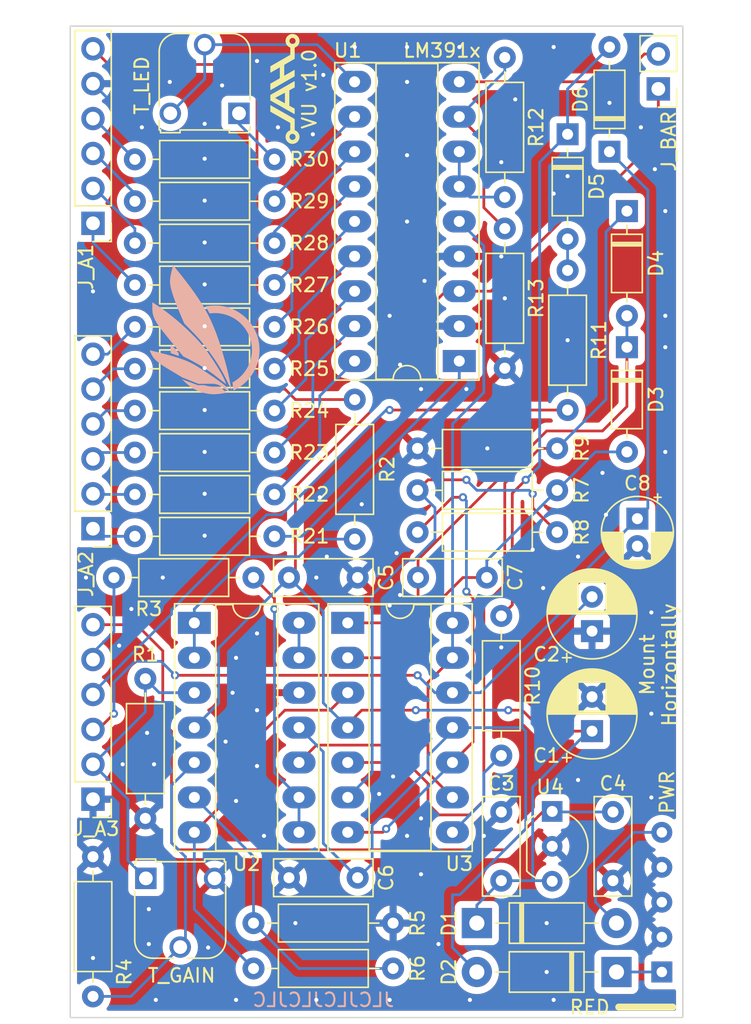
<source format=kicad_pcb>
(kicad_pcb (version 20240108) (generator "pcbnew") (generator_version "8.0")
  (layers (0 "F.Cu" signal) (31 "B.Cu" signal) (34 "B.Paste" user) (35 "F.Paste" user) (36 "B.SilkS" user "B.Silkscreen") (37 "F.SilkS" user "F.Silkscreen") (38 "B.Mask" user) (39 "F.Mask" user) (44 "Edge.Cuts" user))
  (net 0 "")
  (net 1 "Net-(J_A1-Pin_4)")
  (net 2 "Net-(R30-Pad1)")
  (net 3 "Net-(J_A1-Pin_3)")
  (net 4 "Net-(U1-LED9)")
  (net 5 "Net-(J_A1-Pin_1)")
  (net 6 "Net-(U1-LED7)")
  (net 7 "Net-(U1-LED6)")
  (net 8 "Net-(J_A2-Pin_6)")
  (net 9 "Net-(J_A2-Pin_5)")
  (net 10 "Net-(U1-LED5)")
  (net 11 "Net-(U1-LED4)")
  (net 12 "Net-(J_A2-Pin_4)")
  (net 13 "Net-(U1-LED8)")
  (net 14 "Net-(J_A1-Pin_2)")
  (net 15 "Net-(J_A2-Pin_3)")
  (net 16 "Net-(U1-LED3)")
  (net 17 "Net-(J_A2-Pin_2)")
  (net 18 "Net-(U1-LED2)")
  (net 19 "Net-(U1-LED1)")
  (net 20 "Net-(J_A2-Pin_1)")
  (net 21 "Net-(U1-REFADJ)")
  (net 22 "GND")
  (net 23 "Net-(U1-REFOUT)")
  (net 24 "Net-(D5-A)")
  (net 25 "/HOLD_S")
  (net 26 "Net-(R10-Pad2)")
  (net 27 "Net-(D5-K)")
  (net 28 "Net-(D4-K)")
  (net 29 "Net-(U3B--)")
  (net 30 "/RECT")
  (net 31 "Net-(D3-A)")
  (net 32 "Net-(U2B--)")
  (net 33 "/GAIN")
  (net 34 "Net-(U2B-+)")
  (net 35 "Net-(U2C--)")
  (net 36 "/OUT_PEAK")
  (net 37 "Net-(U2A--)")
  (net 38 "/OUT_RAW")
  (net 39 "/IN")
  (net 40 "Net-(U1-LED10)")
  (net 41 "+5V")
  (net 42 "+12V")
  (net 43 "/PEAK")
  (net 44 "Net-(J_BAR1-Pin_2)")
  (net 45 "Net-(U2D--)")
  (net 46 "-12V")
  (net 47 "Net-(D3-K)")
  (net 48 "/HOLD_R")
  (net 49 "Net-(D2-K)")
  (net 50 "Net-(D1-A)")
  (footprint "Resistor_THT:R_Axial_DIN0207_L6.3mm_D2.5mm_P10.16mm_Horizontal" (layer "F.Cu") (at 108.712 114.554)
    (property "Reference" "R6")
    (property "Value" "330k")
  )
  (footprint "Eurorack:Eurorack Power 5 Pin Angled" (layer "F.Cu") (at 138.43 109.728)
    (property "Reference" "PWR1" (hide yes))
    (property "Value" "PWR_5_Pin_Angled" (hide yes))
  )
  (footprint "Package_DIP:DIP-18_W7.62mm_Socket_LongPads" (layer "F.Cu") (at 123.688 70.348 180)
    (property "Reference" "U1")
    (property "Value" "LM3914N")
  )
  (footprint "Potentiometer_THT:Potentiometer_Runtron_RM-065_Vertical" (layer "F.Cu") (at 107.656 52.324 180)
    (property "Reference" "T_LED")
    (property "Value" "B20k")
  )
  (footprint "Package_DIP:DIP-14_W7.62mm_Socket_LongPads" (layer "F.Cu") (at 104.404 89.403)
    (property "Reference" "U2")
    (property "Value" "TL074")
  )
  (footprint "Diode_THT:D_DO-35_SOD27_P7.62mm_Horizontal" (layer "F.Cu") (at 135.89 59.436 -90)
    (property "Reference" "D4")
    (property "Value" "1N4148")
  )
  (footprint "Connector_PinHeader_2.54mm:PinHeader_1x06_P2.54mm_Vertical" (layer "F.Cu") (at 97.028 82.55 180)
    (property "Reference" "J_A2")
    (property "Value" "Conn_01x06_Male")
  )
  (footprint "Capacitor_THT:CP_Radial_D6.3mm_P2.50mm" (layer "F.Cu") (at 133.35 97.282 90)
    (property "Reference" "C1")
    (property "Value" "47uF")
  )
  (footprint "Capacitor_THT:C_Disc_D7.0mm_W2.5mm_P5.00mm" (layer "F.Cu") (at 125.69 86.106 180)
    (property "Reference" "C7")
    (property "Value" "47pF")
  )
  (footprint "Capacitor_THT:CP_Radial_D6.3mm_P2.50mm" (layer "F.Cu") (at 133.35 90.00362 90)
    (property "Reference" "C2")
    (property "Value" "47uF")
  )
  (footprint "Resistor_THT:R_Axial_DIN0207_L6.3mm_D2.5mm_P10.16mm_Horizontal" (layer "F.Cu") (at 110.236 80.056 180)
    (property "Reference" "R22")
    (property "Value" "10k")
  )
  (footprint "Resistor_THT:R_Axial_DIN0207_L6.3mm_D2.5mm_P10.16mm_Horizontal" (layer "F.Cu") (at 110.236 64.816 180)
    (property "Reference" "R27")
    (property "Value" "10k")
  )
  (footprint "Package_TO_SOT_THT:TO-92_Inline_Wide" (layer "F.Cu") (at 130.45 103.124 -90)
    (property "Reference" "U4")
    (property "Value" "78L05")
  )
  (footprint "Resistor_THT:R_Axial_DIN0207_L6.3mm_D2.5mm_P10.16mm_Horizontal" (layer "F.Cu") (at 97.028 106.426 -90)
    (property "Reference" "R4")
    (property "Value" "100k")
  )
  (footprint "Resistor_THT:R_Axial_DIN0207_L6.3mm_D2.5mm_P10.16mm_Horizontal" (layer "F.Cu") (at 120.65 82.804)
    (property "Reference" "R8")
    (property "Value" "10k")
  )
  (footprint "Resistor_THT:R_Axial_DIN0207_L6.3mm_D2.5mm_P10.16mm_Horizontal" (layer "F.Cu") (at 110.236 58.72 180)
    (property "Reference" "R29")
    (property "Value" "10k")
  )
  (footprint "Diode_THT:D_DO-41_SOD81_P10.16mm_Horizontal" (layer "F.Cu") (at 124.968 111.252)
    (property "Reference" "D1")
    (property "Value" "1N4001")
  )
  (footprint "Resistor_THT:R_Axial_DIN0207_L6.3mm_D2.5mm_P10.16mm_Horizontal" (layer "F.Cu") (at 110.236 77.008 180)
    (property "Reference" "R23")
    (property "Value" "10k")
  )
  (footprint "Resistor_THT:R_Axial_DIN0207_L6.3mm_D2.5mm_P10.16mm_Horizontal" (layer "F.Cu") (at 127 48.26 -90)
    (property "Reference" "R12")
    (property "Value" "10k")
  )
  (footprint "Connector_PinHeader_2.54mm:PinHeader_1x06_P2.54mm_Vertical" (layer "F.Cu") (at 97.028 60.325 180)
    (property "Reference" "J_A1")
    (property "Value" "Conn_01x06_Male")
  )
  (footprint "Connector_PinHeader_2.54mm:PinHeader_1x06_P2.54mm_Vertical" (layer "F.Cu") (at 97.028 102.235 180)
    (property "Reference" "J_A3")
    (property "Value" "Conn_01x06_Male")
  )
  (footprint "Resistor_THT:R_Axial_DIN0207_L6.3mm_D2.5mm_P10.16mm_Horizontal" (layer "F.Cu") (at 110.236 67.864 180)
    (property "Reference" "R26")
    (property "Value" "10k")
  )
  (footprint "Package_DIP:DIP-14_W7.62mm_Socket_LongPads" (layer "F.Cu") (at 115.57 89.403)
    (property "Reference" "U3")
    (property "Value" "TL074")
  )
  (footprint "Resistor_THT:R_Axial_DIN0207_L6.3mm_D2.5mm_P10.16mm_Horizontal" (layer "F.Cu") (at 98.552 86.106)
    (property "Reference" "R3")
    (property "Value" "1k")
  )
  (footprint "Logos:Avalon Harmonics Small 8mm" (layer "F.Cu") (at 110.998 50.546 90)
    (property "Reference" "G***" (hide yes))
    (property "Value" "LOGO" (hide yes))
  )
  (footprint "Resistor_THT:R_Axial_DIN0207_L6.3mm_D2.5mm_P10.16mm_Horizontal" (layer "F.Cu") (at 110.236 73.96 180)
    (property "Reference" "R24")
    (property "Value" "10k")
  )
  (footprint "Resistor_THT:R_Axial_DIN0207_L6.3mm_D2.5mm_P10.16mm_Horizontal" (layer "F.Cu") (at 131.572 63.754 -90)
    (property "Reference" "R11")
    (property "Value" "10k")
  )
  (footprint "Potentiometer_THT:Potentiometer_Runtron_RM-065_Vertical" (layer "F.Cu") (at 100.878 107.996)
    (property "Reference" "T_GAIN")
    (property "Value" "B100k")
  )
  (footprint "Resistor_THT:R_Axial_DIN0207_L6.3mm_D2.5mm_P10.16mm_Horizontal" (layer "F.Cu") (at 110.236 55.672 180)
    (property "Reference" "R30")
    (property "Value" "1k")
  )
  (footprint "Resistor_THT:R_Axial_DIN0207_L6.3mm_D2.5mm_P10.16mm_Horizontal" (layer "F.Cu") (at 108.712 111.252)
    (property "Reference" "R5")
    (property "Value" "22k")
  )
  (footprint "Resistor_THT:R_Axial_DIN0207_L6.3mm_D2.5mm_P10.16mm_Horizontal" (layer "F.Cu") (at 116.078 73.152 -90)
    (property "Reference" "R2")
    (property "Value" "1k")
  )
  (footprint "Diode_THT:D_DO-41_SOD81_P10.16mm_Horizontal" (layer "F.Cu") (at 135.128 114.808 180)
    (property "Reference" "D2")
    (property "Value" "1N4001")
  )
  (footprint "Resistor_THT:R_Axial_DIN0207_L6.3mm_D2.5mm_P10.16mm_Horizontal" (layer "F.Cu") (at 110.236 70.912 180)
    (property "Reference" "R25")
    (property "Value" "10k")
  )
  (footprint "Resistor_THT:R_Axial_DIN0207_L6.3mm_D2.5mm_P10.16mm_Horizontal" (layer "F.Cu") (at 127 70.866 90)
    (property "Reference" "R13")
    (property "Value" "22k")
  )
  (footprint "Diode_THT:D_DO-35_SOD27_P7.62mm_Horizontal" (layer "F.Cu") (at 134.62 55.118 90)
    (property "Reference" "D6")
    (property "Value" "1N4148")
  )
  (footprint "Capacitor_THT:C_Disc_D7.0mm_W2.5mm_P5.00mm" (layer "F.Cu") (at 111.292 86.106)
    (property "Reference" "C5")
    (property "Value" "0.1uF")
  )
  (footprint "Resistor_THT:R_Axial_DIN0207_L6.3mm_D2.5mm_P10.16mm_Horizontal" (layer "F.Cu") (at 110.236 61.768 180)
    (property "Reference" "R28")
    (property "Value" "10k")
  )
  (footprint "Capacitor_THT:C_Disc_D7.0mm_W2.5mm_P5.00mm" (layer "F.Cu") (at 134.874 103.164 -90)
    (property "Reference" "C4")
    (property "Value" "0.1uF")
  )
  (footprint "Diode_THT:D_DO-35_SOD27_P7.62mm_Horizontal" (layer "F.Cu") (at 135.89 69.342 -90)
    (property "Reference" "D3")
    (property "Value" "1N4148")
  )
  (footprint "Resistor_THT:R_Axial_DIN0207_L6.3mm_D2.5mm_P10.16mm_Horizontal" (layer "F.Cu") (at 100.838 103.632 90)
    (property "Reference" "R1")
    (property "Value" "100k")
  )
  (footprint "Resistor_THT:R_Axial_DIN0207_L6.3mm_D2.5mm_P10.16mm_Horizontal" (layer "F.Cu") (at 126.746 88.9 -90)
    (property "Reference" "R10")
    (property "Value" "100")
  )
  (footprint "Capacitor_THT:CP_Radial_D5.0mm_P2.00mm" (layer "F.Cu") (at 136.652 81.82 -90)
    (property "Reference" "C8")
    (property "Value" "10uF")
  )
  (footprint "Capacitor_THT:C_Disc_D7.0mm_W2.5mm_P5.00mm" (layer "F.Cu") (at 111.292 107.95)
    (property "Reference" "C6")
    (property "Value" "0.1uF")
  )
  (footprint "Diode_THT:D_DO-35_SOD27_P7.62mm_Horizontal" (layer "F.Cu") (at 131.572 53.848 -90)
    (property "Reference" "D5")
    (property "Value" "1N4148")
  )
  (footprint "Resistor_THT:R_Axial_DIN0207_L6.3mm_D2.5mm_P10.16mm_Horizontal" (layer "F.Cu") (at 110.236 83.104 180)
    (property "Reference" "R21")
    (property "Value" "10k")
  )
  (footprint "Resistor_THT:R_Axial_DIN0207_L6.3mm_D2.5mm_P10.16mm_Horizontal" (layer "F.Cu") (at 120.65 79.756)
    (property "Reference" "R7")
    (property "Value" "10k")
  )
  (footprint "Connector_PinHeader_2.54mm:PinHeader_1x02_P2.54mm_Vertical" (layer "F.Cu") (at 138.176 50.546 180)
    (property "Reference" "J_BAR")
    (property "Value" "Conn_01x02_Male")
  )
  (footprint "Capacitor_THT:C_Disc_D7.0mm_W2.5mm_P5.00mm" (layer "F.Cu") (at 126.746 108.164 90)
    (property "Reference" "C3")
    (property "Value" "0.1uF")
  )
  (footprint "Resistor_THT:R_Axial_DIN0207_L6.3mm_D2.5mm_P10.16mm_Horizontal" (layer "F.Cu") (at 120.65 76.708)
    (property "Reference" "R9")
    (property "Value" "10k")
  )
  (footprint "Logos:Avali Logo 8mm" (layer "B.Cu") (at 105.156 68.072 180)
    (property "Reference" "G***" (hide yes))
    (property "Value" "LOGO" (hide yes))
  )
  (gr_rect (start 95.372 45.974) (end 139.959 118.125) (stroke (width 0.1)) (fill none) (layer "Edge.Cuts"))
  (gr_text "JLCJLCJLCJLC" (at 113.792 116.84 0) (layer "B.SilkS") (effects (font (size 1 1)) (justify mirror)))
  (gr_text "Mount\nHorizontally" (at 138.176 92.456 90) (layer "F.SilkS") (effects (font (size 1 1))))
  (gr_text "LM391x" (at 122.428 47.752 0) (layer "F.SilkS") (effects (font (size 1 1))))
  (gr_text "VU v1.0" (at 112.776 50.546 90) (layer "F.SilkS") (effects (font (size 1 1))))
  (segment (start 97.109 52.705) (end 97.028 52.705) (width 0.2) (layer "B.Cu") (net 1))
  (segment (start 100.076 55.672) (end 97.109 52.705) (width 0.2) (layer "B.Cu") (net 1))
  (segment (start 110.236 55.672) (end 107.656 53.092) (width 0.2) (layer "B.Cu") (net 2))
  (segment (start 107.656 53.092) (end 107.656 52.324) (width 0.2) (layer "B.Cu") (net 2))
  (segment (start 97.155 55.245) (end 97.028 55.245) (width 0.2) (layer "B.Cu") (net 3))
  (segment (start 100.076 58.72) (end 100.076 58.166) (width 0.2) (layer "B.Cu") (net 3))
  (segment (start 100.076 58.166) (end 97.155 55.245) (width 0.2) (layer "B.Cu") (net 3))
  (segment (start 110.236 58.42) (end 110.236 58.72) (width 0.2) (layer "B.Cu") (net 4))
  (segment (start 116.068 52.568) (end 116.068 52.588) (width 0.2) (layer "B.Cu") (net 4))
  (segment (start 116.068 52.588) (end 110.236 58.42) (width 0.2) (layer "B.Cu") (net 4))
  (segment (start 100.076 64.816) (end 100.076 64.77) (width 0.2) (layer "B.Cu") (net 5))
  (segment (start 97.028 61.722) (end 97.028 60.325) (width 0.2) (layer "B.Cu") (net 5))
  (segment (start 100.076 64.77) (end 97.028 61.722) (width 0.2) (layer "B.Cu") (net 5))
  (segment (start 111.506 63.546) (end 110.236 64.816) (width 0.2) (layer "B.Cu") (net 6))
  (segment (start 116.068 57.648) (end 111.506 62.21) (width 0.2) (layer "B.Cu") (net 6))
  (segment (start 111.506 62.21) (end 111.506 63.546) (width 0.2) (layer "B.Cu") (net 6))
  (segment (start 111.506 64.77) (end 111.506 66.594) (width 0.2) (layer "B.Cu") (net 7))
  (segment (start 116.068 60.208) (end 111.506 64.77) (width 0.2) (layer "B.Cu") (net 7))
  (segment (start 116.068 60.188) (end 116.068 60.208) (width 0.2) (layer "B.Cu") (net 7))
  (segment (start 111.506 66.594) (end 110.236 67.864) (width 0.2) (layer "B.Cu") (net 7))
  (segment (start 100.076 67.864) (end 98.09 69.85) (width 0.2) (layer "B.Cu") (net 8))
  (segment (start 98.09 69.85) (end 97.028 69.85) (width 0.2) (layer "B.Cu") (net 8))
  (segment (start 98.506 70.912) (end 97.028 72.39) (width 0.2) (layer "B.Cu") (net 9))
  (segment (start 100.076 70.912) (end 98.506 70.912) (width 0.2) (layer "B.Cu") (net 9))
  (segment (start 116.068 62.728) (end 112.014 66.782) (width 0.2) (layer "B.Cu") (net 10))
  (segment (start 112.014 69.134) (end 110.236 70.912) (width 0.2) (layer "B.Cu") (net 10))
  (segment (start 112.014 66.782) (end 112.014 69.134) (width 0.2) (layer "B.Cu") (net 10))
  (segment (start 116.068 65.288) (end 112.522 68.834) (width 0.2) (layer "B.Cu") (net 11))
  (segment (start 116.068 65.268) (end 116.068 65.288) (width 0.2) (layer "B.Cu") (net 11))
  (segment (start 112.522 71.674) (end 110.236 73.96) (width 0.2) (layer "B.Cu") (net 11))
  (segment (start 112.522 68.834) (end 112.522 71.674) (width 0.2) (layer "B.Cu") (net 11))
  (segment (start 100.076 73.96) (end 97.998 73.96) (width 0.2) (layer "B.Cu") (net 12))
  (segment (start 97.998 73.96) (end 97.028 74.93) (width 0.2) (layer "B.Cu") (net 12))
  (segment (start 116.068 55.108) (end 110.236 60.94) (width 0.2) (layer "B.Cu") (net 13))
  (segment (start 110.236 60.94) (end 110.236 61.768) (width 0.2) (layer "B.Cu") (net 13))
  (segment (start 100.076 60.706) (end 97.155 57.785) (width 0.2) (layer "B.Cu") (net 14))
  (segment (start 97.155 57.785) (end 97.028 57.785) (width 0.2) (layer "B.Cu") (net 14))
  (segment (start 100.076 61.768) (end 100.076 60.706) (width 0.2) (layer "B.Cu") (net 14))
  (segment (start 97.49 77.008) (end 97.028 77.47) (width 0.2) (layer "B.Cu") (net 15))
  (segment (start 100.076 77.008) (end 97.49 77.008) (width 0.2) (layer "B.Cu") (net 15))
  (segment (start 113.03 70.846001) (end 113.03 74.214) (width 0.2) (layer "B.Cu") (net 16))
  (segment (start 116.068 67.808) (end 114.675818 69.200183) (width 0.2) (layer "B.Cu") (net 16))
  (segment (start 114.675818 69.200183) (end 113.03 70.846001) (width 0.2) (layer "B.Cu") (net 16))
  (segment (start 113.03 74.214) (end 110.236 77.008) (width 0.2) (layer "B.Cu") (net 16))
  (segment (start 100.076 80.056) (end 97.074 80.056) (width 0.2) (layer "B.Cu") (net 17))
  (segment (start 97.074 80.056) (end 97.028 80.01) (width 0.2) (layer "B.Cu") (net 17))
  (segment (start 110.236 80.056) (end 113.538 76.754) (width 0.2) (layer "B.Cu") (net 18))
  (segment (start 113.538 72.878) (end 116.068 70.348) (width 0.2) (layer "B.Cu") (net 18))
  (segment (start 113.538 76.754) (end 113.538 72.878) (width 0.2) (layer "B.Cu") (net 18))
  (segment (start 110.236 83.104) (end 112.222 83.104) (width 0.2) (layer "B.Cu") (net 19))
  (segment (start 123.688 71.638) (end 123.688 70.348) (width 0.2) (layer "B.Cu") (net 19))
  (segment (start 112.222 83.104) (end 123.688 71.638) (width 0.2) (layer "B.Cu") (net 19))
  (segment (start 97.582 83.104) (end 97.028 82.55) (width 0.2) (layer "B.Cu") (net 20))
  (segment (start 100.076 83.104) (end 97.582 83.104) (width 0.2) (layer "B.Cu") (net 20))
  (segment (start 123.688 52.568) (end 125.476 54.356) (width 0.2) (layer "F.Cu") (net 21))
  (segment (start 125.476 54.356) (end 125.476 59.182) (width 0.2) (layer "F.Cu") (net 21))
  (segment (start 125.476 59.182) (end 127 60.706) (width 0.2) (layer "F.Cu") (net 21))
  (segment (start 127 49.256) (end 127 48.26) (width 0.2) (layer "B.Cu") (net 21))
  (segment (start 123.688 52.568) (end 127 49.256) (width 0.2) (layer "B.Cu") (net 21))
  (segment (start 112.024 94.483) (end 110.241 94.483) (width 0.2) (layer "F.Cu") (net 22))
  (segment (start 110.241 94.483) (end 108.966 95.758) (width 0.2) (layer "F.Cu") (net 22))
  (segment (start 124.978 67.808) (end 127 65.786) (width 0.2) (layer "F.Cu") (net 22))
  (segment (start 123.688 67.808) (end 124.978 67.808) (width 0.2) (layer "F.Cu") (net 22))
  (via (at 116.078 47.498) (size 0.6) (drill 0.3) (layers "F.Cu" "B.Cu") (net 22))
  (via (at 99.822 88.392) (size 0.6) (drill 0.3) (layers "F.Cu" "B.Cu") (net 22))
  (via (at 105.156 58.674) (size 0.6) (drill 0.3) (layers "F.Cu" "B.Cu") (net 22))
  (via (at 130.048 111.252) (size 0.6) (drill 0.3) (layers "F.Cu" "B.Cu") (net 22))
  (via (at 131.572 56.896) (size 0.6) (drill 0.3) (layers "F.Cu" "B.Cu") (net 22))
  (via (at 127.762 51.308) (size 0.6) (drill 0.3) (layers "F.Cu" "B.Cu") (net 22))
  (via (at 105.156 73.914) (size 0.6) (drill 0.3) (layers "F.Cu" "B.Cu") (net 22))
  (via (at 134.112 78.486) (size 0.6) (drill 0.3) (layers "F.Cu" "B.Cu") (net 22))
  (via (at 125.73 76.708) (size 0.6) (drill 0.3) (layers "F.Cu" "B.Cu") (net 22))
  (via (at 113.284 86.106) (size 0.6) (drill 0.3) (layers "F.Cu" "B.Cu") (net 22))
  (via (at 111.76 111.252) (size 0.6) (drill 0.3) (layers "F.Cu" "B.Cu") (net 22))
  (via (at 138.684 76.962) (size 0.6) (drill 0.3) (layers "F.Cu" "B.Cu") (net 22))
  (via (at 137.922 56.388) (size 0.6) (drill 0.3) (layers "F.Cu" "B.Cu") (net 22))
  (via (at 105.156 70.866) (size 0.6) (drill 0.3) (layers "F.Cu" "B.Cu") (net 22))
  (via (at 101.092 110.236) (size 0.6) (drill 0.3) (layers "F.Cu" "B.Cu") (net 22))
  (via (at 125.476 104.902) (size 0.6) (drill 0.3) (layers "F.Cu" "B.Cu") (net 22))
  (via (at 113.284 116.84) (size 0.6) (drill 0.3) (layers "F.Cu" "B.Cu") (net 22))
  (via (at 116.586 80.772) (size 0.6) (drill 0.3) (layers "F.Cu" "B.Cu") (net 22))
  (via (at 105.156 83.058) (size 0.6) (drill 0.3) (layers "F.Cu" "B.Cu") (net 22))
  (via (at 137.668 102.108) (size 0.6) (drill 0.3) (layers "F.Cu" "B.Cu") (net 22))
  (via (at 107.188 94.488) (size 0.6) (drill 0.3) (layers "F.Cu" "B.Cu") (net 22))
  (via (at 113.03 53.848) (size 0.6) (drill 0.3) (layers "F.Cu" "B.Cu") (net 22))
  (via (at 120.904 103.632) (size 0.6) (drill 0.3) (layers "F.Cu" "B.Cu") (net 22))
  (via (at 101.092 112.776) (size 0.6) (drill 0.3) (layers "F.Cu" "B.Cu") (net 22))
  (via (at 106.68 98.044) (size 0.6) (drill 0.3) (layers "F.Cu" "B.Cu") (net 22))
  (via (at 100.965 97.409) (size 0.6) (drill 0.3) (layers "F.Cu" "B.Cu") (net 22))
  (via (at 119.888 104.902) (size 0.6) (drill 0.3) (layers "F.Cu" "B.Cu") (net 22))
  (via (at 120.904 107.696) (size 0.6) (drill 0.3) (layers "F.Cu" "B.Cu") (net 22))
  (via (at 123.698 47.498) (size 0.6) (drill 0.3) (layers "F.Cu" "B.Cu") (net 22))
  (via (at 122.174 112.776) (size 0.6) (drill 0.3) (layers "F.Cu" "B.Cu") (net 22))
  (via (at 109.474 104.902) (size 0.6) (drill 0.3) (layers "F.Cu" "B.Cu") (net 22))
  (via (at 134.62 51.562) (size 0.6) (drill 0.3) (layers "F.Cu" "B.Cu") (net 22))
  (via (at 137.668 96.012) (size 0.6) (drill 0.3) (layers "F.Cu" "B.Cu") (net 22))
  (via (at 107.442 102.362) (size 0.6) (drill 0.3) (layers "F.Cu" "B.Cu") (net 22))
  (via (at 113.538 80.264) (size 0.6) (drill 0.3) (layers "F.Cu" "B.Cu") (net 22))
  (via (at 98.933 91.059) (size 0.6) (drill 0.3) (layers "F.Cu" "B.Cu") (net 22))
  (via (at 138.684 59.436) (size 0.6) (drill 0.3) (layers "F.Cu" "B.Cu") (net 22))
  (via (at 119.38 87.376) (size 0.6) (drill 0.3) (layers "F.Cu" "B.Cu") (net 22))
  (via (at 129.794 86.868) (size 0.6) (drill 0.3) (layers "F.Cu" "B.Cu") (net 22))
  (via (at 127 65.786) (size 0.6) (drill 0.3) (layers "F.Cu" "B.Cu") (net 22))
  (via (at 96.52 86.106) (size 0.6) (drill 0.3) (layers "F.Cu" "B.Cu") (net 22))
  (via (at 138.684 69.342) (size 0.6) (drill 0.3) (layers "F.Cu" "B.Cu") (net 22))
  (via (at 130.556 58.166) (size 0.6) (drill 0.3) (layers "F.Cu" "B.Cu") (net 22))
  (via (at 105.156 61.722) (size 0.6) (drill 0.3) (layers "F.Cu" "B.Cu") (net 22))
  (via (at 130.556 116.84) (size 0.6) (drill 0.3) (layers "F.Cu" "B.Cu") (net 22))
  (via (at 102.108 86.106) (size 0.6) (drill 0.3) (layers "F.Cu" "B.Cu") (net 22))
  (via (at 132.334 100.838) (size 0.6) (drill 0.3) (layers "F.Cu" "B.Cu") (net 22))
  (via (at 105.156 76.962) (size 0.6) (drill 0.3) (layers "F.Cu" "B.Cu") (net 22))
  (via (at 102.616 50.038) (size 0.6) (drill 0.3) (layers "F.Cu" "B.Cu") (net 22))
  (via (at 101.473 99.695) (size 0.6) (drill 0.3) (layers "F.Cu" "B.Cu") (net 22))
  (via (at 136.906 53.34) (size 0.6) (drill 0.3) (layers "F.Cu" "B.Cu") (net 22))
  (via (at 118.618 88.138) (size 0.6) (drill 0.3) (layers "F.Cu" "B.Cu") (net 22))
  (via (at 120.904 72.39) (size 0.6) (drill 0.3) (layers "F.Cu" "B.Cu") (net 22))
  (via (at 105.156 55.626) (size 0.6) (drill 0.3) (layers "F.Cu" "B.Cu") (net 22))
  (via (at 114.046 84.582) (size 0.6) (drill 0.3) (layers "F.Cu" "B.Cu") (net 22))
  (via (at 119.888 55.372) (size 0.6) (drill 0.3) (layers "F.Cu" "B.Cu") (net 22))
  (via (at 121.158 64.516) (size 0.6) (drill 0.3) (layers "F.Cu" "B.Cu") (net 22))
  (via (at 119.126 84.328) (size 0.6) (drill 0.3) (layers "F.Cu" "B.Cu") (net 22))
  (via (at 105.156 80.01) (size 0.6) (drill 0.3) (layers "F.Cu" "B.Cu") (net 22))
  (via (at 118.618 67.056) (size 0.6) (drill 0.3) (layers "F.Cu" "B.Cu") (net 22))
  (via (at 101.6 116.84) (size 0.6) (drill 0.3) (layers "F.Cu" "B.Cu") (net 22))
  (via (at 105.156 67.818) (size 0.6) (drill 0.3) (layers "F.Cu" "B.Cu") (net 22))
  (via (at 130.556 47.498) (size 0.6) (drill 0.3) (layers "F.Cu" "B.Cu") (net 22))
  (via (at 118.618 116.84) (size 0.6) (drill 0.3) (layers "F.Cu" "B.Cu") (net 22))
  (via (at 99.187 99.695) (size 0.6) (drill 0.3) (layers "F.Cu" "B.Cu") (net 22))
  (via (at 132.334 84.582) (size 0.6) (drill 0.3) (layers "F.Cu" "B.Cu") (net 22))
  (via (at 105.41 113.03) (size 0.6) (drill 0.3) (layers "F.Cu" "B.Cu") (net 22))
  (via (at 119.888 47.498) (size 0.6) (drill 0.3) (layers "F.Cu" "B.Cu") (net 22))
  (via (at 100.584 53.34) (size 0.6) (drill 0.3) (layers "F.Cu" "B.Cu") (net 22))
  (via (at 107.442 91.948) (size 0.6) (drill 0.3) (layers "F.Cu" "B.Cu") (net 22))
  (via (at 129.032 84.074) (size 0.6) (drill 0.3) (layers "F.Cu" "B.Cu") (net 22))
  (via (at 130.048 114.808) (size 0.6) (drill 0.3) (layers "F.Cu" "B.Cu") (net 22))
  (via (at 137.668 88.646) (size 0.6) (drill 0.3) (layers "F.Cu" "B.Cu") (net 22))
  (via (at 126.746 55.88) (size 0.6) (drill 0.3) (layers "F.Cu" "B.Cu") (net 22))
  (via (at 124.46 116.84) (size 0.6) (drill 0.3) (layers "F.Cu" "B.Cu") (net 22))
  (via (at 126.746 62.738) (size 0.6) (drill 0.3) (layers "F.Cu" "B.Cu") (net 22))
  (via (at 106.426 50.292) (size 0.6) (drill 0.3) (layers "F.Cu" "B.Cu") (net 22))
  (via (at 138.684 67.056) (size 0.6) (drill 0.3) (layers "F.Cu" "B.Cu") (net 22))
  (via (at 113.792 49.53) (size 0.6) (drill 0.3) (layers "F.Cu" "B.Cu") (net 22))
  (via (at 119.38 70.612) (size 0.6) (drill 0.3) (layers "F.Cu" "B.Cu") (net 22))
  (via (at 108.966 48.514) (size 0.6) (drill 0.3) (layers "F.Cu" "B.Cu") (net 22))
  (via (at 119.888 50.038) (size 0.6) (drill 0.3) (layers "F.Cu" "B.Cu") (net 22))
  (via (at 131.572 68.834) (size 0.6) (drill 0.3) (layers "F.Cu" "B.Cu") (net 22))
  (via (at 108.966 99.822) (size 0.6) (drill 0.3) (layers "F.Cu" "B.Cu") (net 22))
  (via (at 108.966 95.758) (size 0.6) (drill 0.3) (layers "F.Cu" "B.Cu") (net 22))
  (via (at 124.206 72.39) (size 0.6) (drill 0.3) (layers "F.Cu" "B.Cu") (net 22))
  (via (at 126.746 91.186) (size 0.6) (drill 0.3) (layers "F.Cu" "B.Cu") (net 22))
  (via (at 97.028 65.278) (size 0.6) (drill 0.3) (layers "F.Cu" "B.Cu") (net 22))
  (via (at 119.888 60.198) (size 0.6) (drill 0.3) (layers "F.Cu" "B.Cu") (net 22))
  (via (at 105.156 64.77) (size 0.6) (drill 0.3) (layers "F.Cu" "B.Cu") (net 22))
  (via (at 105.156 53.086) (size 0.6) (drill 0.3) (layers "F.Cu" "B.Cu") (net 22))
  (via (at 134.366 81.534) (size 0.6) (drill 0.3) (layers "F.Cu" "B.Cu") (net 22))
  (via (at 97.028 113.792) (size 0.6) (drill 0.3) (layers "F.Cu" "B.Cu") (net 22))
  (via (at 110.49 53.34) (size 0.6) (drill 0.3) (layers "F.Cu" "B.Cu") (net 22))
  (via (at 118.872 100.584) (size 0.6) (drill 0.3) (layers "F.Cu" "B.Cu") (net 22))
  (via (at 107.442 116.84) (size 0.6) (drill 0.3) (layers "F.Cu" "B.Cu") (net 22))
  (via (at 108.966 90.17) (size 0.6) (drill 0.3) (layers "F.Cu" "B.Cu") (net 22))
  (via (at 127 101.092) (size 0.6) (drill 0.3) (layers "F.Cu" "B.Cu") (net 22))
  (via (at 117.856 101.854) (size 0.6) (drill 0.3) (layers "F.Cu" "B.Cu") (net 22))
  (segment (start 121.158 64.516) (end 121.158 64.008) (width 0.2) (layer "B.Cu") (net 22))
  (segment (start 121.158 64.008) (end 122.438 62.728) (width 0.2) (layer "B.Cu") (net 22))
  (segment (start 100.203 53.34) (end 100.584 53.34) (width 0.2) (layer "B.Cu") (net 22))
  (segment (start 97.028 50.165) (end 100.203 53.34) (width 0.2) (layer "B.Cu") (net 22))
  (segment (start 122.438 62.728) (end 123.688 62.728) (width 0.2) (layer "B.Cu") (net 22))
  (segment (start 124.46 58.42) (end 123.688 57.648) (width 0.2) (layer "B.Cu") (net 23))
  (segment (start 123.688 57.648) (end 123.688 55.108) (width 0.2) (layer "B.Cu") (net 23))
  (segment (start 127 58.42) (end 124.46 58.42) (width 0.2) (layer "B.Cu") (net 23))
  (segment (start 131.572 61.468) (end 131.572 63.754) (width 0.2) (layer "B.Cu") (net 24))
  (segment (start 118.618 73.914) (end 131.572 73.914) (width 0.2) (layer "F.Cu") (net 25))
  (via (at 118.618 73.914) (size 0.6) (drill 0.3) (layers "F.Cu" "B.Cu") (net 25))
  (segment (start 110.744 81.534) (end 109.673 81.534) (width 0.2) (layer "B.Cu") (net 25))
  (segment (start 118.618 73.914) (end 118.364 73.914) (width 0.2) (layer "B.Cu") (net 25))
  (segment (start 102.743 88.773) (end 97.028 94.488) (width 0.2) (layer "B.Cu") (net 25))
  (segment (start 118.364 73.914) (end 110.744 81.534) (width 0.2) (layer "B.Cu") (net 25))
  (segment (start 102.743 88.464) (end 102.743 88.773) (width 0.2) (layer "B.Cu") (net 25))
  (segment (start 109.673 81.534) (end 102.743 88.464) (width 0.2) (layer "B.Cu") (net 25))
  (segment (start 97.028 94.488) (end 97.028 94.615) (width 0.2) (layer "B.Cu") (net 25))
  (segment (start 125.476 100.33) (end 126.746 99.06) (width 0.2) (layer "B.Cu") (net 26))
  (segment (start 123.19 104.643) (end 125.476 102.357) (width 0.2) (layer "B.Cu") (net 26))
  (segment (start 125.476 102.357) (end 125.476 100.33) (width 0.2) (layer "B.Cu") (net 26))
  (segment (start 128.524 78.994) (end 127.545999 79.972001) (width 0.2) (layer "F.Cu") (net 27))
  (segment (start 127.545999 79.972001) (end 127.545999 88.100001) (width 0.2) (layer "F.Cu") (net 27))
  (segment (start 127.545999 88.100001) (end 126.746 88.9) (width 0.2) (layer "F.Cu") (net 27))
  (via (at 128.524 78.994) (size 0.6) (drill 0.3) (layers "F.Cu" "B.Cu") (net 27))
  (segment (start 131.572 53.848) (end 131.572 50.546) (width 0.2) (layer "B.Cu") (net 27))
  (segment (start 131.572 50.546) (end 134.62 47.498) (width 0.2) (layer "B.Cu") (net 27))
  (segment (start 129.54 77.978) (end 129.54 55.88) (width 0.2) (layer "B.Cu") (net 27))
  (segment (start 129.54 55.88) (end 131.572 53.848) (width 0.2) (layer "B.Cu") (net 27))
  (segment (start 128.524 78.994) (end 129.54 77.978) (width 0.2) (layer "B.Cu") (net 27))
  (segment (start 119.883 99.563) (end 115.57 99.563) (width 0.2) (layer "F.Cu") (net 28))
  (segment (start 130.81 76.708) (end 129.54 76.708) (width 0.2) (layer "F.Cu") (net 28))
  (segment (start 121.412 101.092) (end 119.883 99.563) (width 0.2) (layer "F.Cu") (net 28))
  (segment (start 129.54 76.708) (end 127 79.248) (width 0.2) (layer "F.Cu") (net 28))
  (segment (start 121.412 102.575317) (end 121.412 101.092) (width 0.2) (layer "F.Cu") (net 28))
  (segment (start 125.476 88.138) (end 125.476 102.33025) (width 0.2) (layer "F.Cu") (net 28))
  (segment (start 127 79.248) (end 127 86.614) (width 0.2) (layer "F.Cu") (net 28))
  (segment (start 127 86.614) (end 125.476 88.138) (width 0.2) (layer "F.Cu") (net 28))
  (segment (start 124.42825 103.378) (end 122.214683 103.378) (width 0.2) (layer "F.Cu") (net 28))
  (segment (start 125.476 102.33025) (end 124.42825 103.378) (width 0.2) (layer "F.Cu") (net 28))
  (segment (start 122.214683 103.378) (end 121.412 102.575317) (width 0.2) (layer "F.Cu") (net 28))
  (segment (start 135.89 59.436) (end 134.366 60.96) (width 0.2) (layer "B.Cu") (net 28))
  (segment (start 134.366 73.152) (end 130.81 76.708) (width 0.2) (layer "B.Cu") (net 28))
  (segment (start 134.366 60.96) (end 134.366 73.152) (width 0.2) (layer "B.Cu") (net 28))
  (segment (start 124.206 78.994) (end 121.412 78.994) (width 0.2) (layer "F.Cu") (net 29))
  (segment (start 121.412 78.994) (end 120.65 79.756) (width 0.2) (layer "F.Cu") (net 29))
  (segment (start 129.032 81.026) (end 130.81 82.804) (width 0.2) (layer "F.Cu") (net 29))
  (segment (start 129.032 80.01) (end 129.032 81.026) (width 0.2) (layer "F.Cu") (net 29))
  (via (at 129.032 80.01) (size 0.6) (drill 0.3) (layers "F.Cu" "B.Cu") (net 29))
  (via (at 124.206 78.994) (size 0.6) (drill 0.3) (layers "F.Cu" "B.Cu") (net 29))
  (segment (start 119.888 84.836) (end 117.348 87.376) (width 0.2) (layer "B.Cu") (net 29))
  (segment (start 124.968 79.756) (end 128.778 79.756) (width 0.2) (layer "B.Cu") (net 29))
  (segment (start 121.92 81.026) (end 121.92 83.312) (width 0.2) (layer "B.Cu") (net 29))
  (segment (start 120.396 84.836) (end 119.888 84.836) (width 0.2) (layer "B.Cu") (net 29))
  (segment (start 117.348 100.325) (end 115.57 102.103) (width 0.2) (layer "B.Cu") (net 29))
  (segment (start 121.92 83.312) (end 120.396 84.836) (width 0.2) (layer "B.Cu") (net 29))
  (segment (start 117.348 87.376) (end 117.348 100.325) (width 0.2) (layer "B.Cu") (net 29))
  (segment (start 128.778 79.756) (end 129.032 80.01) (width 0.2) (layer "B.Cu") (net 29))
  (segment (start 124.206 78.994) (end 124.968 79.756) (width 0.2) (layer "B.Cu") (net 29))
  (segment (start 120.65 79.756) (end 121.92 81.026) (width 0.2) (layer "B.Cu") (net 29))
  (segment (start 123.952 80.264) (end 123.19 80.264) (width 0.2) (layer "F.Cu") (net 30))
  (segment (start 123.19 99.563) (end 124.69 98.063) (width 0.2) (layer "F.Cu") (net 30))
  (segment (start 124.69 98.063) (end 124.69 87.606) (width 0.2) (layer "F.Cu") (net 30))
  (segment (start 124.69 87.606) (end 124.206 87.122) (width 0.2) (layer "F.Cu") (net 30))
  (segment (start 118.115 104.643) (end 115.57 104.643) (width 0.2) (layer "F.Cu") (net 30))
  (segment (start 118.364 104.394) (end 118.115 104.643) (width 0.2) (layer "F.Cu") (net 30))
  (segment (start 123.19 80.264) (end 120.65 82.804) (width 0.2) (layer "F.Cu") (net 30))
  (via (at 118.364 104.394) (size 0.6) (drill 0.3) (layers "F.Cu" "B.Cu") (net 30))
  (via (at 123.952 80.264) (size 0.6) (drill 0.3) (layers "F.Cu" "B.Cu") (net 30))
  (via (at 124.206 87.122) (size 0.6) (drill 0.3) (layers "F.Cu" "B.Cu") (net 30))
  (segment (start 123.952 80.264) (end 124.206 80.518) (width 0.2) (layer "B.Cu") (net 30))
  (segment (start 118.364 104.389) (end 118.364 104.394) (width 0.2) (layer "B.Cu") (net 30))
  (segment (start 124.206 80.518) (end 124.206 87.122) (width 0.2) (layer "B.Cu") (net 30))
  (segment (start 123.19 99.563) (end 118.364 104.389) (width 0.2) (layer "B.Cu") (net 30))
  (segment (start 118.115 91.943) (end 115.57 91.943) (width 0.2) (layer "F.Cu") (net 31))
  (segment (start 123.952 86.106) (end 118.115 91.943) (width 0.2) (layer "F.Cu") (net 31))
  (segment (start 125.69 86.106) (end 123.952 86.106) (width 0.2) (layer "F.Cu") (net 31))
  (segment (start 125.69 84.876) (end 125.69 86.106) (width 0.2) (layer "B.Cu") (net 31))
  (segment (start 135.89 76.962) (end 133.604 76.962) (width 0.2) (layer "B.Cu") (net 31))
  (segment (start 130.81 79.756) (end 125.69 84.876) (width 0.2) (layer "B.Cu") (net 31))
  (segment (start 133.604 76.962) (end 130.81 79.756) (width 0.2) (layer "B.Cu") (net 31))
  (segment (start 108.712 111.252) (end 108.712 106.411) (width 0.2) (layer "B.Cu") (net 32))
  (segment (start 118.872 114.554) (end 112.014 114.554) (width 0.2) (layer "B.Cu") (net 32))
  (segment (start 112.014 114.554) (end 108.712 111.252) (width 0.2) (layer "B.Cu") (net 32))
  (segment (start 108.712 106.411) (end 104.404 102.103) (width 0.2) (layer "B.Cu") (net 32))
  (segment (start 106.172 102.875) (end 104.404 104.643) (width 0.2) (layer "F.Cu") (net 33))
  (segment (start 106.172 100.584) (end 106.172 102.875) (width 0.2) (layer "F.Cu") (net 33))
  (segment (start 115.57 94.483) (end 114.295 95.758) (width 0.2) (layer "F.Cu") (net 33))
  (segment (start 110.998 95.758) (end 106.172 100.584) (width 0.2) (layer "F.Cu") (net 33))
  (segment (start 114.295 95.758) (end 110.998 95.758) (width 0.2) (layer "F.Cu") (net 33))
  (segment (start 108.712 114.554) (end 104.404 110.246) (width 0.2) (layer "B.Cu") (net 33))
  (segment (start 104.404 110.246) (end 104.404 104.643) (width 0.2) (layer "B.Cu") (net 33))
  (segment (start 102.743 105.41) (end 102.743 101.224) (width 0.2) (layer "B.Cu") (net 34))
  (segment (start 103.378 112.996) (end 99.788 116.586) (width 0.2) (layer "B.Cu") (net 34))
  (segment (start 99.788 116.586) (end 97.028 116.586) (width 0.2) (layer "B.Cu") (net 34))
  (segment (start 103.759 106.426) (end 102.743 105.41) (width 0.2) (layer "B.Cu") (net 34))
  (segment (start 102.743 101.224) (end 104.404 99.563) (width 0.2) (layer "B.Cu") (net 34))
  (segment (start 103.378 112.996) (end 103.759 112.615) (width 0.2) (layer "B.Cu") (net 34))
  (segment (start 103.759 112.615) (end 103.759 106.426) (width 0.2) (layer "B.Cu") (net 34))
  (segment (start 110.236 88.392) (end 110.236 87.63) (width 0.2) (layer "F.Cu") (net 35))
  (segment (start 110.236 87.63) (end 108.712 86.106) (width 0.2) (layer "F.Cu") (net 35))
  (via (at 110.236 88.392) (size 0.6) (drill 0.3) (layers "F.Cu" "B.Cu") (net 35))
  (segment (start 112.024 102.103) (end 110.236 100.315) (width 0.2) (layer "B.Cu") (net 35))
  (segment (start 110.236 100.315) (end 110.236 88.392) (width 0.2) (layer "B.Cu") (net 35))
  (segment (start 112.024 102.103) (end 112.024 104.643) (width 0.2) (layer "B.Cu") (net 35))
  (segment (start 97.028 92.075) (end 97.028 91.567) (width 0.2) (layer "B.Cu") (net 36))
  (segment (start 97.028 91.567) (end 98.552 90.043) (width 0.2) (layer "B.Cu") (net 36))
  (segment (start 98.552 90.043) (end 98.552 86.106) (width 0.2) (layer "B.Cu") (net 36))
  (segment (start 112.014 84.582) (end 113.284 83.312) (width 0.2) (layer "B.Cu") (net 37))
  (segment (start 104.404 88.403) (end 108.225 84.582) (width 0.2) (layer "B.Cu") (net 37))
  (segment (start 108.225 84.582) (end 112.014 84.582) (width 0.2) (layer "B.Cu") (net 37))
  (segment (start 104.404 91.943) (end 104.404 89.403) (width 0.2) (layer "B.Cu") (net 37))
  (segment (start 113.284 83.312) (end 116.078 83.312) (width 0.2) (layer "B.Cu") (net 37))
  (segment (start 104.404 89.403) (end 104.404 88.403) (width 0.2) (layer "B.Cu") (net 37))
  (segment (start 111.76 73.152) (end 110.998 72.39) (width 0.2) (layer "F.Cu") (net 38))
  (segment (start 109.728 72.39) (end 108.966 71.628) (width 0.2) (layer "F.Cu") (net 38))
  (segment (start 110.998 72.39) (end 109.728 72.39) (width 0.2) (layer "F.Cu") (net 38))
  (segment (start 108.966 50.546) (end 107.188 48.768) (width 0.2) (layer "F.Cu") (net 38))
  (segment (start 108.966 71.628) (end 108.966 50.546) (width 0.2) (layer "F.Cu") (net 38))
  (segment (start 116.078 73.152) (end 111.76 73.152) (width 0.2) (layer "F.Cu") (net 38))
  (segment (start 98.171 48.768) (end 97.028 47.625) (width 0.2) (layer "F.Cu") (net 38))
  (segment (start 107.188 48.768) (end 98.171 48.768) (width 0.2) (layer "F.Cu") (net 38))
  (segment (start 99.568 106.686) (end 99.568 102.235) (width 0.2) (layer "B.Cu") (net 39))
  (segment (start 104.404 94.483) (end 101.849 94.483) (width 0.2) (layer "B.Cu") (net 39))
  (segment (start 99.568 102.235) (end 97.028 99.695) (width 0.2) (layer "B.Cu") (net 39))
  (segment (start 100.878 107.996) (end 99.568 106.686) (width 0.2) (layer "B.Cu") (net 39))
  (segment (start 101.849 94.483) (end 100.838 93.472) (width 0.2) (layer "B.Cu") (net 39))
  (segment (start 97.028 99.695) (end 100.838 95.885) (width 0.2) (layer "B.Cu") (net 39))
  (segment (start 100.838 95.885) (end 100.838 93.472) (width 0.2) (layer "B.Cu") (net 39))
  (segment (start 113.364 47.324) (end 116.068 50.028) (width 0.2) (layer "B.Cu") (net 40))
  (segment (start 105.156 47.324) (end 113.364 47.324) (width 0.2) (layer "B.Cu") (net 40))
  (segment (start 105.156 49.824) (end 105.156 47.324) (width 0.2) (layer "B.Cu") (net 40))
  (segment (start 102.656 52.324) (end 105.156 49.824) (width 0.2) (layer "B.Cu") (net 40))
  (segment (start 102.743 97.282) (end 102.743 105.41) (width 0.2) (layer "F.Cu") (net 41))
  (segment (start 102.108 91.44) (end 102.108 96.647) (width 0.2) (layer "F.Cu") (net 41))
  (segment (start 103.251 105.918) (end 127 105.918) (width 0.2) (layer "F.Cu") (net 41))
  (segment (start 97.028 89.535) (end 100.203 89.535) (width 0.2) (layer "F.Cu") (net 41))
  (segment (start 127 105.918) (end 129.794 103.124) (width 0.2) (layer "F.Cu") (net 41))
  (segment (start 129.794 103.124) (end 130.45 103.124) (width 0.2) (layer "F.Cu") (net 41))
  (segment (start 102.743 105.41) (end 103.251 105.918) (width 0.2) (layer "F.Cu") (net 41))
  (segment (start 100.203 89.535) (end 102.108 91.44) (width 0.2) (layer "F.Cu") (net 41))
  (segment (start 102.108 96.647) (end 102.743 97.282) (width 0.2) (layer "F.Cu") (net 41))
  (segment (start 134.874 103.164) (end 130.49 103.164) (width 0.2) (layer "B.Cu") (net 41))
  (segment (start 130.49 103.164) (end 130.45 103.124) (width 0.2) (layer "B.Cu") (net 41))
  (segment (start 117.856 73.406) (end 111.76 79.502) (width 0.2) (layer "F.Cu") (net 42))
  (segment (start 123.688 65.268) (end 125.994 65.268) (width 0.2) (layer "F.Cu") (net 42))
  (segment (start 111.76 79.502) (end 111.76 85.638) (width 0.2) (layer "F.Cu") (net 42))
  (segment (start 128.27 95.758) (end 129.794 97.282) (width 0.2) (layer "F.Cu") (net 42))
  (segment (start 134.874 57.404) (end 138.176 54.102) (width 0.2) (layer "F.Cu") (net 42))
  (segment (start 120.523 95.758) (end 116.586 95.758) (width 0.2) (layer "F.Cu") (net 42))
  (segment (start 133.858 57.404) (end 134.874 57.404) (width 0.2) (layer "F.Cu") (net 42))
  (segment (start 125.994 65.268) (end 133.858 57.404) (width 0.2) (layer "F.Cu") (net 42))
  (segment (start 138.176 54.102) (end 138.176 50.546) (width 0.2) (layer "F.Cu") (net 42))
  (segment (start 111.76 85.638) (end 111.292 86.106) (width 0.2) (layer "F.Cu") (net 42))
  (segment (start 127.254 95.758) (end 128.27 95.758) (width 0.2) (layer "F.Cu") (net 42))
  (segment (start 115.57 96.774) (end 115.57 97.023) (width 0.2) (layer "F.Cu") (net 42))
  (segment (start 116.586 95.758) (end 115.57 96.774) (width 0.2) (layer "F.Cu") (net 42))
  (segment (start 117.856 70.104) (end 117.856 73.406) (width 0.2) (layer "F.Cu") (net 42))
  (segment (start 122.692 65.268) (end 117.856 70.104) (width 0.2) (layer "F.Cu") (net 42))
  (segment (start 123.688 65.268) (end 122.692 65.268) (width 0.2) (layer "F.Cu") (net 42))
  (segment (start 129.794 97.282) (end 133.35 97.282) (width 0.2) (layer "F.Cu") (net 42))
  (via (at 120.523 95.758) (size 0.6) (drill 0.3) (layers "F.Cu" "B.Cu") (net 42))
  (via (at 127.254 95.758) (size 0.6) (drill 0.3) (layers "F.Cu" "B.Cu") (net 42))
  (segment (start 133.096 97.282) (end 129.032 101.346) (width 0.2) (layer "B.Cu") (net 42))
  (segment (start 111.292 86.106) (end 106.172 91.226) (width 0.2) (layer "B.Cu") (net 42))
  (segment (start 120.523 95.758) (end 127.254 95.758) (width 0.2) (layer "B.Cu") (net 42))
  (segment (start 106.172 91.226) (end 106.172 95.255) (width 0.2) (layer "B.Cu") (net 42))
  (segment (start 126.746 108.164) (end 129.032 108.164) (width 0.2) (layer "B.Cu") (net 42))
  (segment (start 115.58 97.023) (end 113.792 95.235) (width 0.2) (layer "B.Cu") (net 42))
  (segment (start 124.968 109.942) (end 124.968 111.252) (width 0.2) (layer "B.Cu") (net 42))
  (segment (start 113.792 88.606) (end 111.292 86.106) (width 0.2) (layer "B.Cu") (net 42))
  (segment (start 106.172 95.255) (end 104.404 97.023) (width 0.2) (layer "B.Cu") (net 42))
  (segment (start 124.968 109.942) (end 126.746 108.164) (width 0.2) (layer "B.Cu") (net 42))
  (segment (start 130.41 108.164) (end 130.45 108.204) (width 0.2) (layer "B.Cu") (net 42))
  (segment (start 113.792 95.235) (end 113.792 88.606) (width 0.2) (layer "B.Cu") (net 42))
  (segment (start 129.032 108.164) (end 130.41 108.164) (width 0.2) (layer "B.Cu") (net 42))
  (segment (start 129.032 101.346) (end 129.032 108.164) (width 0.2) (layer "B.Cu") (net 42))
  (segment (start 133.35 97.282) (end 133.096 97.282) (width 0.2) (layer "B.Cu") (net 42))
  (segment (start 121.935 100.838) (end 121.935 100.848) (width 0.2) (layer "F.Cu") (net 43))
  (segment (start 112.024 99.563) (end 113.289 98.298) (width 0.2) (layer "F.Cu") (net 43))
  (segment (start 121.935 100.848) (end 123.19 102.103) (width 0.2) (layer "F.Cu") (net 43))
  (segment (start 113.289 98.298) (end 121.412 98.298) (width 0.2) (layer "F.Cu") (net 43))
  (segment (start 121.412 93.731) (end 123.2 91.943) (width 0.2) (layer "F.Cu") (net 43))
  (segment (start 121.412 100.315) (end 121.412 98.298) (width 0.2) (layer "F.Cu") (net 43))
  (segment (start 121.935 100.838) (end 121.412 100.315) (width 0.2) (layer "F.Cu") (net 43))
  (segment (start 121.412 98.298) (end 121.412 93.731) (width 0.2) (layer "F.Cu") (net 43))
  (segment (start 125.476 61.976) (end 125.476 72.644) (width 0.2) (layer "B.Cu") (net 43))
  (segment (start 123.2 74.92) (end 123.2 91.943) (width 0.2) (layer "B.Cu") (net 43))
  (segment (start 125.476 72.644) (end 123.2 74.92) (width 0.2) (layer "B.Cu") (net 43))
  (segment (start 123.688 60.188) (end 125.476 61.976) (width 0.2) (layer "B.Cu") (net 43))
  (segment (start 138.176 48.006) (end 137.16 48.006) (width 0.2) (layer "F.Cu") (net 44))
  (segment (start 135.138 50.028) (end 123.688 50.028) (width 0.2) (layer "F.Cu") (net 44))
  (segment (start 137.16 48.006) (end 135.138 50.028) (width 0.2) (layer "F.Cu") (net 44))
  (segment (start 112.024 91.943) (end 112.024 89.403) (width 0.2) (layer "B.Cu") (net 45))
  (segment (start 128.524 104.394) (end 123.733818 109.184182) (width 0.2) (layer "B.Cu") (net 46))
  (segment (start 128.524 97.282) (end 128.524 104.394) (width 0.2) (layer "B.Cu") (net 46))
  (segment (start 117.348 106.934) (end 117.348 104.14) (width 0.2) (layer "B.Cu") (net 46))
  (segment (start 113.792 98.791) (end 113.792 105.45) (width 0.2) (layer "B.Cu") (net 46))
  (segment (start 121.412 100.076) (end 121.412 99.06) (width 0.2) (layer "B.Cu") (net 46))
  (segment (start 117.348 104.14) (end 121.412 100.076) (width 0.2) (layer "B.Cu") (net 46))
  (segment (start 123.444 97.028) (end 128.27 97.028) (width 0.2) (layer "B.Cu") (net 46))
  (segment (start 123.19 109.184182) (end 123.19 113.03) (width 0.2) (layer "B.Cu") (net 46))
  (segment (start 113.792 105.45) (end 116.292 107.95) (width 0.2) (layer "B.Cu") (net 46))
  (segment (start 128.27 97.028) (end 128.524 97.282) (width 0.2) (layer "B.Cu") (net 46))
  (segment (start 116.292 107.95) (end 116.332 107.95) (width 0.2) (layer "B.Cu") (net 46))
  (segment (start 121.412 99.06) (end 123.444 97.028) (width 0.2) (layer "B.Cu") (net 46))
  (segment (start 123.733818 109.184182) (end 123.19 109.184182) (width 0.2) (layer "B.Cu") (net 46))
  (segment (start 128.27 92.58362) (end 128.27 97.028) (width 0.2) (layer "B.Cu") (net 46))
  (segment (start 116.332 107.95) (end 117.348 106.934) (width 0.2) (layer "B.Cu") (net 46))
  (segment (start 133.35 87.50362) (end 128.27 92.58362) (width 0.2) (layer "B.Cu") (net 46))
  (segment (start 112.024 97.023) (end 113.792 98.791) (width 0.2) (layer "B.Cu") (net 46))
  (segment (start 123.19 113.03) (end 124.968 114.808) (width 0.2) (layer "B.Cu") (net 46))
  (segment (start 130.048 75.438) (end 120.69 84.796) (width 0.2) (layer "F.Cu") (net 47))
  (segment (start 134.112 75.438) (end 130.048 75.438) (width 0.2) (layer "F.Cu") (net 47))
  (segment (start 120.69 84.796) (end 120.69 86.106) (width 0.2) (layer "F.Cu") (net 47))
  (segment (start 135.89 73.66) (end 134.112 75.438) (width 0.2) (layer "F.Cu") (net 47))
  (segment (start 119.639 89.403) (end 120.69 88.352) (width 0.2) (layer "F.Cu") (net 47))
  (segment (start 135.89 69.342) (end 135.89 73.66) (width 0.2) (layer "F.Cu") (net 47))
  (segment (start 120.69 88.352) (end 120.69 86.106) (width 0.2) (layer "F.Cu") (net 47))
  (segment (start 115.57 89.403) (end 119.639 89.403) (width 0.2) (layer "F.Cu") (net 47))
  (segment (start 135.89 67.056) (end 135.89 69.342) (width 0.2) (layer "B.Cu") (net 47))
  (segment (start 102.997 93.218) (end 120.65 93.218) (width 0.2) (layer "F.Cu") (net 48))
  (segment (start 97.028 97.155) (end 97.409 97.155) (width 0.2) (layer "F.Cu") (net 48))
  (segment (start 97.409 97.155) (end 98.552 96.012) (width 0.2) (layer "F.Cu") (net 48))
  (via (at 120.65 93.218) (size 0.6) (drill 0.3) (layers "F.Cu" "B.Cu") (net 48))
  (via (at 98.552 96.012) (size 0.6) (drill 0.3) (layers "F.Cu" "B.Cu") (net 48))
  (via (at 102.997 93.218) (size 0.6) (drill 0.3) (layers "F.Cu" "B.Cu") (net 48))
  (segment (start 137.414 81.058) (end 137.414 57.912) (width 0.2) (layer "B.Cu") (net 48))
  (segment (start 98.552 93.726) (end 98.552 96.012) (width 0.2) (layer "B.Cu") (net 48))
  (segment (start 101.981 92.202) (end 100.076 92.202) (width 0.2) (layer "B.Cu") (net 48))
  (segment (start 131.826 86.646) (end 131.826 87.884) (width 0.2) (layer "B.Cu") (net 48))
  (segment (start 136.652 81.82) (end 131.826 86.646) (width 0.2) (layer "B.Cu") (net 48))
  (segment (start 121.915 94.483) (end 123.19 94.483) (width 0.2) (layer "B.Cu") (net 48))
  (segment (start 125.227 94.483) (end 123.19 94.483) (width 0.2) (layer "B.Cu") (net 48))
  (segment (start 120.65 93.218) (end 121.915 94.483) (width 0.2) (layer "B.Cu") (net 48))
  (segment (start 100.076 92.202) (end 98.552 93.726) (width 0.2) (layer "B.Cu") (net 48))
  (segment (start 102.997 93.218) (end 101.981 92.202) (width 0.2) (layer "B.Cu") (net 48))
  (segment (start 131.826 87.884) (end 125.227 94.483) (width 0.2) (layer "B.Cu") (net 48))
  (segment (start 136.652 81.82) (end 137.414 81.058) (width 0.2) (layer "B.Cu") (net 48))
  (segment (start 137.414 57.912) (end 134.62 55.118) (width 0.2) (layer "B.Cu") (net 48))
  (segment (start 138.43 114.808) (end 135.128 114.808) (width 0.2) (layer "B.Cu") (net 49))
  (segment (start 133.604 109.728) (end 135.128 111.252) (width 0.2) (layer "B.Cu") (net 50))
  (segment (start 133.604 107.442) (end 133.604 109.728) (width 0.2) (layer "B.Cu") (net 50))
  (segment (start 138.43 104.648) (end 136.398 104.648) (width 0.2) (layer "B.Cu") (net 50))
  (segment (start 136.398 104.648) (end 133.604 107.442) (width 0.2) (layer "B.Cu") (net 50))
  (zone (net 22) (net_name "GND") (layers "F&B.Cu") (connect_pads (clearance 0.508)) (min_thickness 0.254) (fill yes (thermal_gap 0.508) (thermal_bridge_width 0.508))
    (polygon (pts (xy 94.742 45.466) (xy 140.462 45.466) (xy 140.462 118.618) (xy 94.742 118.618)))
  )
)
</source>
